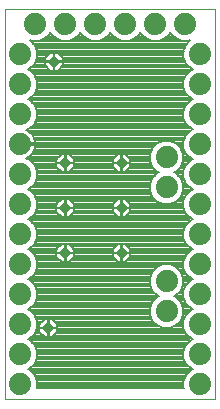
<source format=gbl>
G75*
%MOIN*%
%OFA0B0*%
%FSLAX24Y24*%
%IPPOS*%
%LPD*%
%AMOC8*
5,1,8,0,0,1.08239X$1,22.5*
%
%ADD10C,0.0000*%
%ADD11C,0.0740*%
%ADD12C,0.0080*%
%ADD13OC8,0.0317*%
D10*
X000125Y000125D02*
X000125Y013121D01*
X007120Y013121D01*
X007120Y000125D01*
X000125Y000125D01*
D11*
X000625Y000625D03*
X000625Y001625D03*
X000625Y002625D03*
X000625Y003625D03*
X000625Y004625D03*
X000625Y005625D03*
X000625Y006625D03*
X000625Y007625D03*
X000625Y008625D03*
X000625Y009625D03*
X000625Y010625D03*
X000625Y011625D03*
X001125Y012625D03*
X002125Y012625D03*
X003125Y012625D03*
X004125Y012625D03*
X005125Y012625D03*
X006125Y012625D03*
X006625Y011625D03*
X006625Y010625D03*
X006625Y009625D03*
X006625Y008625D03*
X006625Y007625D03*
X006625Y006625D03*
X006625Y005625D03*
X006625Y004625D03*
X006625Y003625D03*
X006625Y002625D03*
X006625Y001625D03*
X006625Y000625D03*
X005500Y003063D03*
X005500Y004063D03*
X005500Y007188D03*
X005500Y008188D03*
D12*
X005244Y007688D02*
X005183Y007662D01*
X005025Y007505D01*
X004940Y007299D01*
X004940Y007076D01*
X005025Y006870D01*
X005183Y006713D01*
X005389Y006628D01*
X005611Y006628D01*
X005817Y006713D01*
X005975Y006870D01*
X006060Y007076D01*
X006060Y007299D01*
X005975Y007505D01*
X005817Y007662D01*
X005756Y007688D01*
X005817Y007713D01*
X005975Y007870D01*
X006060Y008076D01*
X006060Y008299D01*
X005975Y008505D01*
X005817Y008662D01*
X005611Y008747D01*
X005389Y008747D01*
X005183Y008662D01*
X005025Y008505D01*
X004940Y008299D01*
X004940Y008076D01*
X005025Y007870D01*
X005183Y007713D01*
X005244Y007688D01*
X005182Y007661D02*
X001185Y007661D01*
X001185Y007736D02*
X001185Y007514D01*
X001100Y007308D01*
X000942Y007150D01*
X000881Y007125D01*
X000942Y007100D01*
X001100Y006942D01*
X001185Y006736D01*
X001185Y006514D01*
X001100Y006308D01*
X000942Y006150D01*
X000881Y006125D01*
X000942Y006100D01*
X001100Y005942D01*
X001185Y005736D01*
X001185Y005514D01*
X001100Y005308D01*
X000942Y005150D01*
X000881Y005125D01*
X000942Y005100D01*
X001100Y004942D01*
X001185Y004736D01*
X001185Y004514D01*
X001100Y004308D01*
X000942Y004150D01*
X000881Y004125D01*
X000942Y004100D01*
X001100Y003942D01*
X001185Y003736D01*
X005035Y003736D01*
X005025Y003745D02*
X005183Y003588D01*
X005244Y003562D01*
X005183Y003537D01*
X005025Y003380D01*
X004940Y003174D01*
X004940Y002951D01*
X001091Y002951D01*
X001100Y002942D02*
X000942Y003100D01*
X000881Y003125D01*
X000942Y003150D01*
X001100Y003308D01*
X001185Y003514D01*
X001185Y003736D01*
X001185Y003658D02*
X005113Y003658D01*
X005204Y003579D02*
X001185Y003579D01*
X001180Y003501D02*
X005146Y003501D01*
X005068Y003422D02*
X001147Y003422D01*
X001115Y003344D02*
X005010Y003344D01*
X004978Y003265D02*
X001057Y003265D01*
X000978Y003187D02*
X004945Y003187D01*
X004940Y003108D02*
X000922Y003108D01*
X001012Y003030D02*
X004940Y003030D01*
X004940Y002951D02*
X005025Y002745D01*
X005183Y002588D01*
X005389Y002503D01*
X005611Y002503D01*
X005817Y002588D01*
X005975Y002745D01*
X006060Y002951D01*
X006159Y002951D01*
X006150Y002942D02*
X006065Y002736D01*
X006065Y002514D01*
X006150Y002308D01*
X006308Y002150D01*
X006369Y002125D01*
X006308Y002100D01*
X006150Y001942D01*
X006065Y001736D01*
X006065Y001514D01*
X006150Y001308D01*
X006308Y001150D01*
X006369Y001125D01*
X006308Y001100D01*
X006150Y000942D01*
X006065Y000736D01*
X006065Y000514D01*
X006071Y000500D01*
X001179Y000500D01*
X001185Y000514D01*
X001185Y000736D01*
X001100Y000942D01*
X000942Y001100D01*
X000881Y001125D01*
X000942Y001150D01*
X001100Y001308D01*
X001185Y001514D01*
X001185Y001736D01*
X001100Y001942D01*
X000942Y002100D01*
X000881Y002125D01*
X000942Y002150D01*
X001100Y002308D01*
X001185Y002514D01*
X001185Y002736D01*
X001100Y002942D01*
X001129Y002873D02*
X004973Y002873D01*
X005005Y002794D02*
X001691Y002794D01*
X001686Y002798D02*
X001572Y002798D01*
X001572Y002509D01*
X001861Y002509D01*
X001861Y002624D01*
X001686Y002798D01*
X001769Y002716D02*
X005055Y002716D01*
X005134Y002637D02*
X001848Y002637D01*
X001861Y002559D02*
X005253Y002559D01*
X005747Y002559D02*
X006065Y002559D01*
X006065Y002637D02*
X005866Y002637D01*
X005945Y002716D02*
X006065Y002716D01*
X006089Y002794D02*
X005995Y002794D01*
X006027Y002873D02*
X006121Y002873D01*
X006150Y002942D02*
X006308Y003100D01*
X006369Y003125D01*
X006308Y003150D01*
X006150Y003308D01*
X006065Y003514D01*
X006065Y003736D01*
X005965Y003736D01*
X005975Y003745D02*
X006060Y003951D01*
X006060Y004174D01*
X005975Y004380D01*
X005817Y004537D01*
X005611Y004622D01*
X005389Y004622D01*
X005183Y004537D01*
X005025Y004380D01*
X004940Y004174D01*
X004940Y003951D01*
X005025Y003745D01*
X004997Y003815D02*
X001153Y003815D01*
X001120Y003893D02*
X004964Y003893D01*
X004940Y003972D02*
X001070Y003972D01*
X000992Y004050D02*
X004940Y004050D01*
X004940Y004129D02*
X000890Y004129D01*
X000999Y004207D02*
X004954Y004207D01*
X004986Y004286D02*
X001077Y004286D01*
X001123Y004364D02*
X005019Y004364D01*
X005088Y004443D02*
X001156Y004443D01*
X001185Y004521D02*
X005167Y004521D01*
X005333Y004600D02*
X001185Y004600D01*
X001185Y004678D02*
X006065Y004678D01*
X006065Y004736D02*
X006065Y004514D01*
X006150Y004308D01*
X006308Y004150D01*
X006369Y004125D01*
X006308Y004100D01*
X006150Y003942D01*
X006065Y003736D01*
X006065Y003658D02*
X005887Y003658D01*
X005817Y003588D02*
X005975Y003745D01*
X006003Y003815D02*
X006097Y003815D01*
X006130Y003893D02*
X006036Y003893D01*
X006060Y003972D02*
X006180Y003972D01*
X006258Y004050D02*
X006060Y004050D01*
X006060Y004129D02*
X006360Y004129D01*
X006251Y004207D02*
X006046Y004207D01*
X006014Y004286D02*
X006173Y004286D01*
X006127Y004364D02*
X005981Y004364D01*
X005912Y004443D02*
X006094Y004443D01*
X006065Y004521D02*
X005833Y004521D01*
X005667Y004600D02*
X006065Y004600D01*
X006065Y004736D02*
X006150Y004942D01*
X006308Y005100D01*
X006369Y005125D01*
X006308Y005150D01*
X006150Y005308D01*
X006065Y005514D01*
X006065Y005736D01*
X006150Y005942D01*
X006308Y006100D01*
X006369Y006125D01*
X006308Y006150D01*
X006150Y006308D01*
X006065Y006514D01*
X006065Y006736D01*
X006150Y006942D01*
X006308Y007100D01*
X006369Y007125D01*
X006308Y007150D01*
X006150Y007308D01*
X006065Y007514D01*
X006065Y007736D01*
X006150Y007942D01*
X006308Y008100D01*
X006369Y008125D01*
X006308Y008150D01*
X006150Y008308D01*
X006065Y008514D01*
X006065Y008736D01*
X006150Y008942D01*
X006308Y009100D01*
X006369Y009125D01*
X006308Y009150D01*
X006150Y009308D01*
X006065Y009514D01*
X006065Y009736D01*
X006150Y009942D01*
X006308Y010100D01*
X006369Y010125D01*
X006308Y010150D01*
X006150Y010308D01*
X006065Y010514D01*
X006065Y010736D01*
X006150Y010942D01*
X006308Y011100D01*
X006369Y011125D01*
X006308Y011150D01*
X006150Y011308D01*
X006065Y011514D01*
X006065Y011736D01*
X006150Y011942D01*
X006299Y012091D01*
X006236Y012065D01*
X006014Y012065D01*
X005808Y012150D01*
X005650Y012308D01*
X005625Y012369D01*
X005600Y012308D01*
X005442Y012150D01*
X005236Y012065D01*
X005014Y012065D01*
X004808Y012150D01*
X004650Y012308D01*
X004625Y012369D01*
X004600Y012308D01*
X004442Y012150D01*
X004236Y012065D01*
X004014Y012065D01*
X003808Y012150D01*
X003650Y012308D01*
X003625Y012369D01*
X003600Y012308D01*
X003442Y012150D01*
X003236Y012065D01*
X003014Y012065D01*
X002808Y012150D01*
X002650Y012308D01*
X002625Y012369D01*
X002600Y012308D01*
X002442Y012150D01*
X002236Y012065D01*
X002014Y012065D01*
X001808Y012150D01*
X001650Y012308D01*
X001625Y012369D01*
X001600Y012308D01*
X001442Y012150D01*
X001236Y012065D01*
X001014Y012065D01*
X000951Y012091D01*
X001100Y011942D01*
X001185Y011736D01*
X001185Y011514D01*
X001100Y011308D01*
X000942Y011150D01*
X000881Y011125D01*
X000942Y011100D01*
X001100Y010942D01*
X001185Y010736D01*
X001185Y010514D01*
X001100Y010308D01*
X000942Y010150D01*
X000881Y010125D01*
X000942Y010100D01*
X001100Y009942D01*
X001185Y009736D01*
X001185Y009514D01*
X001100Y009308D01*
X000942Y009150D01*
X000818Y009099D01*
X000821Y009098D01*
X000892Y009061D01*
X000957Y009014D01*
X001014Y008957D01*
X001061Y008892D01*
X001098Y008821D01*
X001122Y008744D01*
X001135Y008665D01*
X001135Y008665D01*
X000665Y008665D01*
X000665Y008585D01*
X001135Y008585D01*
X001135Y008585D01*
X001122Y008506D01*
X001098Y008429D01*
X001061Y008358D01*
X001014Y008293D01*
X000957Y008236D01*
X000892Y008189D01*
X000821Y008152D01*
X000818Y008151D01*
X000942Y008100D01*
X001100Y007942D01*
X001185Y007736D01*
X001184Y007740D02*
X001963Y007740D01*
X002001Y007702D02*
X002116Y007702D01*
X002116Y007991D01*
X002134Y007991D01*
X002134Y007702D01*
X002249Y007702D01*
X002423Y007876D01*
X002423Y007991D01*
X002134Y007991D01*
X002134Y008009D01*
X002423Y008009D01*
X002423Y008124D01*
X002249Y008298D01*
X002134Y008298D01*
X002134Y008009D01*
X002116Y008009D01*
X002116Y007991D01*
X001827Y007991D01*
X001827Y007876D01*
X002001Y007702D01*
X002116Y007740D02*
X002134Y007740D01*
X002134Y007818D02*
X002116Y007818D01*
X002116Y007897D02*
X002134Y007897D01*
X002134Y007975D02*
X002116Y007975D01*
X002116Y008009D02*
X001827Y008009D01*
X001827Y008124D01*
X002001Y008298D01*
X002116Y008298D01*
X002116Y008009D01*
X002116Y008054D02*
X002134Y008054D01*
X002134Y008132D02*
X002116Y008132D01*
X002116Y008211D02*
X002134Y008211D01*
X002134Y008289D02*
X002116Y008289D01*
X001992Y008289D02*
X001010Y008289D01*
X001066Y008368D02*
X004968Y008368D01*
X004940Y008289D02*
X004133Y008289D01*
X004124Y008298D02*
X004009Y008298D01*
X004009Y008009D01*
X004298Y008009D01*
X004298Y008124D01*
X004124Y008298D01*
X004009Y008289D02*
X003991Y008289D01*
X003991Y008298D02*
X003876Y008298D01*
X003702Y008124D01*
X003702Y008009D01*
X003991Y008009D01*
X003991Y007991D01*
X004009Y007991D01*
X004009Y007702D01*
X004124Y007702D01*
X004298Y007876D01*
X004298Y007991D01*
X004009Y007991D01*
X004009Y008009D01*
X003991Y008009D01*
X003991Y008298D01*
X003991Y008211D02*
X004009Y008211D01*
X004009Y008132D02*
X003991Y008132D01*
X003991Y008054D02*
X004009Y008054D01*
X003991Y007991D02*
X003702Y007991D01*
X003702Y007876D01*
X003876Y007702D01*
X003991Y007702D01*
X003991Y007991D01*
X003991Y007975D02*
X004009Y007975D01*
X004009Y007897D02*
X003991Y007897D01*
X003991Y007818D02*
X004009Y007818D01*
X004009Y007740D02*
X003991Y007740D01*
X003838Y007740D02*
X002287Y007740D01*
X002365Y007818D02*
X003760Y007818D01*
X003702Y007897D02*
X002423Y007897D01*
X002423Y007975D02*
X003702Y007975D01*
X003702Y008054D02*
X002423Y008054D01*
X002415Y008132D02*
X003710Y008132D01*
X003788Y008211D02*
X002337Y008211D01*
X002258Y008289D02*
X003867Y008289D01*
X004212Y008211D02*
X004940Y008211D01*
X004940Y008132D02*
X004290Y008132D01*
X004298Y008054D02*
X004949Y008054D01*
X004982Y007975D02*
X004298Y007975D01*
X004298Y007897D02*
X005014Y007897D01*
X005078Y007818D02*
X004240Y007818D01*
X004162Y007740D02*
X005156Y007740D01*
X005103Y007583D02*
X001185Y007583D01*
X001181Y007504D02*
X005025Y007504D01*
X004992Y007426D02*
X001149Y007426D01*
X001116Y007347D02*
X004960Y007347D01*
X004940Y007269D02*
X001060Y007269D01*
X000982Y007190D02*
X004940Y007190D01*
X004940Y007112D02*
X000914Y007112D01*
X001009Y007033D02*
X004958Y007033D01*
X004990Y006955D02*
X001087Y006955D01*
X001127Y006876D02*
X005023Y006876D01*
X005098Y006798D02*
X004125Y006798D01*
X004124Y006798D02*
X004009Y006798D01*
X004009Y006509D01*
X004298Y006509D01*
X004298Y006624D01*
X004124Y006798D01*
X004203Y006719D02*
X005177Y006719D01*
X005357Y006641D02*
X004282Y006641D01*
X004298Y006562D02*
X006065Y006562D01*
X006065Y006641D02*
X005643Y006641D01*
X005823Y006719D02*
X006065Y006719D01*
X006090Y006798D02*
X005902Y006798D01*
X005977Y006876D02*
X006123Y006876D01*
X006163Y006955D02*
X006010Y006955D01*
X006042Y007033D02*
X006241Y007033D01*
X006336Y007112D02*
X006060Y007112D01*
X006060Y007190D02*
X006268Y007190D01*
X006190Y007269D02*
X006060Y007269D01*
X006040Y007347D02*
X006134Y007347D01*
X006101Y007426D02*
X006008Y007426D01*
X005975Y007504D02*
X006069Y007504D01*
X006065Y007583D02*
X005897Y007583D01*
X005818Y007661D02*
X006065Y007661D01*
X006066Y007740D02*
X005844Y007740D01*
X005922Y007818D02*
X006099Y007818D01*
X006131Y007897D02*
X005986Y007897D01*
X006018Y007975D02*
X006183Y007975D01*
X006262Y008054D02*
X006051Y008054D01*
X006060Y008132D02*
X006352Y008132D01*
X006248Y008211D02*
X006060Y008211D01*
X006060Y008289D02*
X006169Y008289D01*
X006126Y008368D02*
X006032Y008368D01*
X005999Y008446D02*
X006093Y008446D01*
X006065Y008525D02*
X005955Y008525D01*
X005876Y008603D02*
X006065Y008603D01*
X006065Y008682D02*
X005771Y008682D01*
X006075Y008760D02*
X001117Y008760D01*
X001132Y008682D02*
X005229Y008682D01*
X005124Y008603D02*
X000665Y008603D01*
X000922Y008211D02*
X001913Y008211D01*
X001835Y008132D02*
X000864Y008132D01*
X000988Y008054D02*
X001827Y008054D01*
X001827Y007975D02*
X001067Y007975D01*
X001119Y007897D02*
X001827Y007897D01*
X001885Y007818D02*
X001151Y007818D01*
X001103Y008446D02*
X005001Y008446D01*
X005045Y008525D02*
X001125Y008525D01*
X001089Y008839D02*
X006107Y008839D01*
X006140Y008917D02*
X001043Y008917D01*
X000976Y008996D02*
X006204Y008996D01*
X006282Y009074D02*
X000867Y009074D01*
X000944Y009153D02*
X006306Y009153D01*
X006227Y009231D02*
X001023Y009231D01*
X001100Y009310D02*
X006150Y009310D01*
X006117Y009388D02*
X001133Y009388D01*
X001165Y009467D02*
X006085Y009467D01*
X006065Y009545D02*
X001185Y009545D01*
X001185Y009624D02*
X006065Y009624D01*
X006065Y009702D02*
X001185Y009702D01*
X001167Y009781D02*
X006083Y009781D01*
X006116Y009859D02*
X001134Y009859D01*
X001102Y009938D02*
X006148Y009938D01*
X006224Y010016D02*
X001026Y010016D01*
X000947Y010095D02*
X006303Y010095D01*
X006285Y010173D02*
X000965Y010173D01*
X001043Y010252D02*
X006207Y010252D01*
X006141Y010330D02*
X001109Y010330D01*
X001141Y010409D02*
X006109Y010409D01*
X006076Y010487D02*
X001174Y010487D01*
X001185Y010566D02*
X006065Y010566D01*
X006065Y010644D02*
X001185Y010644D01*
X001185Y010723D02*
X006065Y010723D01*
X006092Y010801D02*
X001158Y010801D01*
X001126Y010880D02*
X006124Y010880D01*
X006166Y010958D02*
X001084Y010958D01*
X001005Y011037D02*
X006245Y011037D01*
X006345Y011115D02*
X001912Y011115D01*
X001874Y011077D02*
X002048Y011251D01*
X002048Y011366D01*
X001759Y011366D01*
X001759Y011077D01*
X001874Y011077D01*
X001991Y011194D02*
X006265Y011194D01*
X006186Y011272D02*
X002048Y011272D01*
X002048Y011351D02*
X006133Y011351D01*
X006100Y011429D02*
X002048Y011429D01*
X002048Y011384D02*
X002048Y011499D01*
X001874Y011673D01*
X001759Y011673D01*
X001759Y011384D01*
X002048Y011384D01*
X002039Y011508D02*
X006068Y011508D01*
X006065Y011586D02*
X001961Y011586D01*
X001882Y011665D02*
X006065Y011665D01*
X006068Y011743D02*
X001182Y011743D01*
X001185Y011665D02*
X001618Y011665D01*
X001626Y011673D02*
X001452Y011499D01*
X001452Y011384D01*
X001741Y011384D01*
X001741Y011366D01*
X001759Y011366D01*
X001759Y011384D01*
X001741Y011384D01*
X001741Y011673D01*
X001626Y011673D01*
X001741Y011665D02*
X001759Y011665D01*
X001759Y011586D02*
X001741Y011586D01*
X001741Y011508D02*
X001759Y011508D01*
X001759Y011429D02*
X001741Y011429D01*
X001741Y011366D02*
X001452Y011366D01*
X001452Y011251D01*
X001626Y011077D01*
X001741Y011077D01*
X001741Y011366D01*
X001741Y011351D02*
X001759Y011351D01*
X001759Y011272D02*
X001741Y011272D01*
X001741Y011194D02*
X001759Y011194D01*
X001759Y011115D02*
X001741Y011115D01*
X001588Y011115D02*
X000905Y011115D01*
X000985Y011194D02*
X001509Y011194D01*
X001452Y011272D02*
X001064Y011272D01*
X001117Y011351D02*
X001452Y011351D01*
X001452Y011429D02*
X001150Y011429D01*
X001182Y011508D02*
X001460Y011508D01*
X001539Y011586D02*
X001185Y011586D01*
X001150Y011822D02*
X006100Y011822D01*
X006133Y011900D02*
X001117Y011900D01*
X001063Y011979D02*
X006187Y011979D01*
X006265Y012057D02*
X000985Y012057D01*
X001407Y012136D02*
X001843Y012136D01*
X001744Y012214D02*
X001506Y012214D01*
X001584Y012293D02*
X001666Y012293D01*
X002407Y012136D02*
X002843Y012136D01*
X002744Y012214D02*
X002506Y012214D01*
X002584Y012293D02*
X002666Y012293D01*
X003407Y012136D02*
X003843Y012136D01*
X003744Y012214D02*
X003506Y012214D01*
X003584Y012293D02*
X003666Y012293D01*
X004407Y012136D02*
X004843Y012136D01*
X004744Y012214D02*
X004506Y012214D01*
X004584Y012293D02*
X004666Y012293D01*
X005407Y012136D02*
X005843Y012136D01*
X005744Y012214D02*
X005506Y012214D01*
X005584Y012293D02*
X005666Y012293D01*
X004009Y006798D02*
X003991Y006798D01*
X003876Y006798D01*
X003702Y006624D01*
X003702Y006509D01*
X003991Y006509D01*
X003991Y006491D01*
X004009Y006491D01*
X004009Y006202D01*
X004124Y006202D01*
X004298Y006376D01*
X004298Y006491D01*
X004009Y006491D01*
X004009Y006509D01*
X003991Y006509D01*
X003991Y006798D01*
X003991Y006719D02*
X004009Y006719D01*
X004009Y006641D02*
X003991Y006641D01*
X003991Y006562D02*
X004009Y006562D01*
X003991Y006491D02*
X003702Y006491D01*
X003702Y006376D01*
X003876Y006202D01*
X003991Y006202D01*
X003991Y006491D01*
X003991Y006484D02*
X004009Y006484D01*
X004009Y006405D02*
X003991Y006405D01*
X003991Y006327D02*
X004009Y006327D01*
X004009Y006248D02*
X003991Y006248D01*
X003830Y006248D02*
X002295Y006248D01*
X002249Y006202D02*
X002423Y006376D01*
X002423Y006491D01*
X002134Y006491D01*
X002134Y006202D01*
X002249Y006202D01*
X002374Y006327D02*
X003751Y006327D01*
X003702Y006405D02*
X002423Y006405D01*
X002423Y006484D02*
X003702Y006484D01*
X003702Y006562D02*
X002423Y006562D01*
X002423Y006509D02*
X002423Y006624D01*
X002249Y006798D01*
X002134Y006798D01*
X002134Y006509D01*
X002423Y006509D01*
X002407Y006641D02*
X003718Y006641D01*
X003797Y006719D02*
X002328Y006719D01*
X002250Y006798D02*
X003875Y006798D01*
X004249Y006327D02*
X006142Y006327D01*
X006110Y006405D02*
X004298Y006405D01*
X004298Y006484D02*
X006077Y006484D01*
X006210Y006248D02*
X004170Y006248D01*
X004124Y005298D02*
X004009Y005298D01*
X004009Y005009D01*
X004298Y005009D01*
X004298Y005124D01*
X004124Y005298D01*
X004195Y005228D02*
X006231Y005228D01*
X006152Y005306D02*
X001098Y005306D01*
X001132Y005385D02*
X006118Y005385D01*
X006086Y005463D02*
X001164Y005463D01*
X001185Y005542D02*
X006065Y005542D01*
X006065Y005620D02*
X001185Y005620D01*
X001185Y005699D02*
X006065Y005699D01*
X006082Y005777D02*
X001168Y005777D01*
X001136Y005856D02*
X006114Y005856D01*
X006147Y005934D02*
X001103Y005934D01*
X001029Y006013D02*
X006221Y006013D01*
X006299Y006091D02*
X000951Y006091D01*
X000961Y006170D02*
X006289Y006170D01*
X006311Y005149D02*
X004273Y005149D01*
X004298Y005071D02*
X006279Y005071D01*
X006200Y004992D02*
X004009Y004992D01*
X004009Y004991D02*
X004009Y005009D01*
X003991Y005009D01*
X003991Y004991D01*
X004009Y004991D01*
X004009Y004702D01*
X004124Y004702D01*
X004298Y004876D01*
X004298Y004991D01*
X004009Y004991D01*
X003991Y004991D02*
X003991Y004702D01*
X003876Y004702D01*
X003702Y004876D01*
X003702Y004991D01*
X003991Y004991D01*
X003991Y004992D02*
X002134Y004992D01*
X002134Y004991D02*
X002134Y005009D01*
X002423Y005009D01*
X002423Y005124D01*
X002249Y005298D01*
X002134Y005298D01*
X002134Y005009D01*
X002116Y005009D01*
X002116Y004991D01*
X002134Y004991D01*
X002134Y004702D01*
X002249Y004702D01*
X002423Y004876D01*
X002423Y004991D01*
X002134Y004991D01*
X002116Y004991D02*
X002116Y004702D01*
X002001Y004702D01*
X001827Y004876D01*
X001827Y004991D01*
X002116Y004991D01*
X002116Y004992D02*
X001050Y004992D01*
X001112Y004914D02*
X001827Y004914D01*
X001868Y004835D02*
X001144Y004835D01*
X001177Y004757D02*
X001946Y004757D01*
X002116Y004757D02*
X002134Y004757D01*
X002134Y004835D02*
X002116Y004835D01*
X002116Y004914D02*
X002134Y004914D01*
X002116Y005009D02*
X001827Y005009D01*
X001827Y005124D01*
X002001Y005298D01*
X002116Y005298D01*
X002116Y005009D01*
X002116Y005071D02*
X002134Y005071D01*
X002134Y005149D02*
X002116Y005149D01*
X002116Y005228D02*
X002134Y005228D01*
X002320Y005228D02*
X003805Y005228D01*
X003876Y005298D02*
X003702Y005124D01*
X003702Y005009D01*
X003991Y005009D01*
X003991Y005298D01*
X003876Y005298D01*
X003991Y005228D02*
X004009Y005228D01*
X004009Y005149D02*
X003991Y005149D01*
X003991Y005071D02*
X004009Y005071D01*
X004009Y004914D02*
X003991Y004914D01*
X003991Y004835D02*
X004009Y004835D01*
X004009Y004757D02*
X003991Y004757D01*
X003821Y004757D02*
X002304Y004757D01*
X002382Y004835D02*
X003743Y004835D01*
X003702Y004914D02*
X002423Y004914D01*
X002423Y005071D02*
X003702Y005071D01*
X003727Y005149D02*
X002398Y005149D01*
X001930Y005228D02*
X001019Y005228D01*
X000939Y005149D02*
X001852Y005149D01*
X001827Y005071D02*
X000971Y005071D01*
X001040Y006248D02*
X001955Y006248D01*
X002001Y006202D02*
X002116Y006202D01*
X002116Y006491D01*
X002134Y006491D01*
X002134Y006509D01*
X002116Y006509D01*
X002116Y006491D01*
X001827Y006491D01*
X001827Y006376D01*
X002001Y006202D01*
X002116Y006248D02*
X002134Y006248D01*
X002134Y006327D02*
X002116Y006327D01*
X002116Y006405D02*
X002134Y006405D01*
X002134Y006484D02*
X002116Y006484D01*
X002116Y006509D02*
X001827Y006509D01*
X001827Y006624D01*
X002001Y006798D01*
X002116Y006798D01*
X002116Y006509D01*
X002116Y006562D02*
X002134Y006562D01*
X002134Y006641D02*
X002116Y006641D01*
X002116Y006719D02*
X002134Y006719D01*
X002134Y006798D02*
X002116Y006798D01*
X002000Y006798D02*
X001160Y006798D01*
X001185Y006719D02*
X001922Y006719D01*
X001843Y006641D02*
X001185Y006641D01*
X001185Y006562D02*
X001827Y006562D01*
X001827Y006484D02*
X001173Y006484D01*
X001140Y006405D02*
X001827Y006405D01*
X001876Y006327D02*
X001108Y006327D01*
X001161Y002794D02*
X001434Y002794D01*
X001439Y002798D02*
X001264Y002624D01*
X001264Y002509D01*
X001553Y002509D01*
X001553Y002491D01*
X001264Y002491D01*
X001264Y002376D01*
X001439Y002202D01*
X001553Y002202D01*
X001553Y002491D01*
X001572Y002491D01*
X001572Y002509D01*
X001553Y002509D01*
X001553Y002798D01*
X001439Y002798D01*
X001553Y002794D02*
X001572Y002794D01*
X001572Y002716D02*
X001553Y002716D01*
X001553Y002637D02*
X001572Y002637D01*
X001572Y002559D02*
X001553Y002559D01*
X001572Y002491D02*
X001861Y002491D01*
X001861Y002376D01*
X001686Y002202D01*
X001572Y002202D01*
X001572Y002491D01*
X001572Y002480D02*
X001553Y002480D01*
X001553Y002402D02*
X001572Y002402D01*
X001572Y002323D02*
X001553Y002323D01*
X001553Y002245D02*
X001572Y002245D01*
X001396Y002245D02*
X001036Y002245D01*
X001106Y002323D02*
X001317Y002323D01*
X001264Y002402D02*
X001139Y002402D01*
X001171Y002480D02*
X001264Y002480D01*
X001264Y002559D02*
X001185Y002559D01*
X001185Y002637D02*
X001277Y002637D01*
X001356Y002716D02*
X001185Y002716D01*
X000958Y002166D02*
X006292Y002166D01*
X006296Y002088D02*
X000954Y002088D01*
X001033Y002009D02*
X006217Y002009D01*
X006145Y001931D02*
X001105Y001931D01*
X001137Y001852D02*
X006113Y001852D01*
X006080Y001774D02*
X001170Y001774D01*
X001185Y001695D02*
X006065Y001695D01*
X006065Y001617D02*
X001185Y001617D01*
X001185Y001538D02*
X006065Y001538D01*
X006087Y001460D02*
X001163Y001460D01*
X001130Y001381D02*
X006120Y001381D01*
X006156Y001303D02*
X001094Y001303D01*
X001016Y001224D02*
X006234Y001224D01*
X006319Y001146D02*
X000931Y001146D01*
X000975Y001067D02*
X006275Y001067D01*
X006197Y000989D02*
X001053Y000989D01*
X001113Y000910D02*
X006137Y000910D01*
X006104Y000832D02*
X001146Y000832D01*
X001178Y000753D02*
X006072Y000753D01*
X006065Y000675D02*
X001185Y000675D01*
X001185Y000596D02*
X006065Y000596D01*
X006065Y000518D02*
X001185Y000518D01*
X001729Y002245D02*
X006214Y002245D01*
X006144Y002323D02*
X001808Y002323D01*
X001861Y002402D02*
X006111Y002402D01*
X006079Y002480D02*
X001861Y002480D01*
X004179Y004757D02*
X006073Y004757D01*
X006106Y004835D02*
X004257Y004835D01*
X004298Y004914D02*
X006138Y004914D01*
X006065Y003579D02*
X005796Y003579D01*
X005817Y003588D02*
X005756Y003562D01*
X005817Y003537D01*
X005975Y003380D01*
X006060Y003174D01*
X006060Y002951D01*
X006060Y003030D02*
X006238Y003030D01*
X006328Y003108D02*
X006060Y003108D01*
X006055Y003187D02*
X006272Y003187D01*
X006193Y003265D02*
X006022Y003265D01*
X005990Y003344D02*
X006135Y003344D01*
X006103Y003422D02*
X005932Y003422D01*
X005854Y003501D02*
X006070Y003501D01*
D13*
X004000Y005000D03*
X004000Y006500D03*
X004000Y008000D03*
X002125Y008000D03*
X002125Y006500D03*
X002125Y005000D03*
X001563Y002500D03*
X001750Y011375D03*
M02*

</source>
